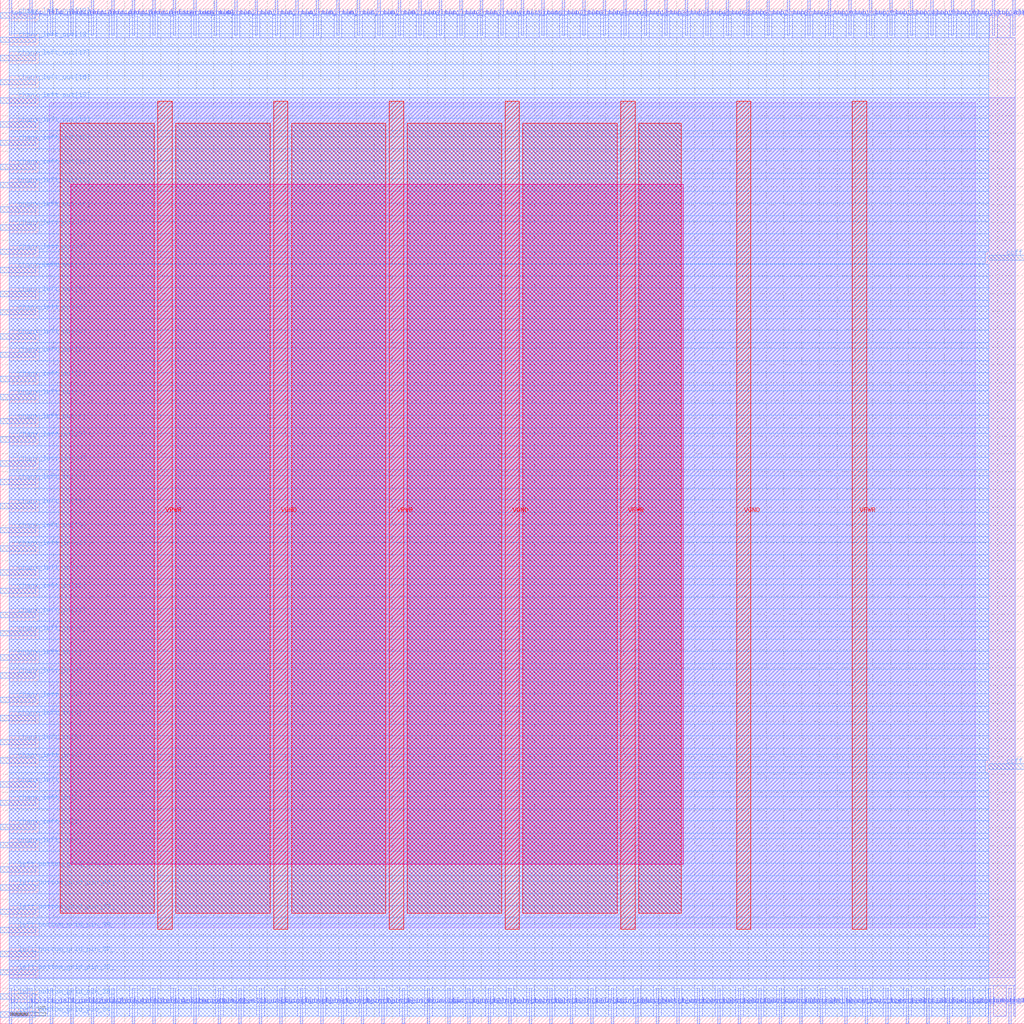
<source format=lef>
VERSION 5.7 ;
  NOWIREEXTENSIONATPIN ON ;
  DIVIDERCHAR "/" ;
  BUSBITCHARS "[]" ;
MACRO sb_2__1_
  CLASS BLOCK ;
  FOREIGN sb_2__1_ ;
  ORIGIN 0.000 0.000 ;
  SIZE 115.000 BY 115.000 ;
  PIN VGND
    DIRECTION INPUT ;
    USE GROUND ;
    PORT
      LAYER met4 ;
        RECT 30.710 10.640 32.310 103.600 ;
    END
    PORT
      LAYER met4 ;
        RECT 56.700 10.640 58.300 103.600 ;
    END
    PORT
      LAYER met4 ;
        RECT 82.690 10.640 84.290 103.600 ;
    END
  END VGND
  PIN VPWR
    DIRECTION INPUT ;
    USE POWER ;
    PORT
      LAYER met4 ;
        RECT 17.715 10.640 19.315 103.600 ;
    END
    PORT
      LAYER met4 ;
        RECT 43.705 10.640 45.305 103.600 ;
    END
    PORT
      LAYER met4 ;
        RECT 69.695 10.640 71.295 103.600 ;
    END
    PORT
      LAYER met4 ;
        RECT 95.685 10.640 97.285 103.600 ;
    END
  END VPWR
  PIN bottom_left_grid_pin_42_
    DIRECTION INPUT ;
    USE SIGNAL ;
    PORT
      LAYER met2 ;
        RECT 1.010 0.000 1.290 4.000 ;
    END
  END bottom_left_grid_pin_42_
  PIN bottom_left_grid_pin_43_
    DIRECTION INPUT ;
    USE SIGNAL ;
    PORT
      LAYER met2 ;
        RECT 3.310 0.000 3.590 4.000 ;
    END
  END bottom_left_grid_pin_43_
  PIN bottom_left_grid_pin_44_
    DIRECTION INPUT ;
    USE SIGNAL ;
    PORT
      LAYER met2 ;
        RECT 5.610 0.000 5.890 4.000 ;
    END
  END bottom_left_grid_pin_44_
  PIN bottom_left_grid_pin_45_
    DIRECTION INPUT ;
    USE SIGNAL ;
    PORT
      LAYER met2 ;
        RECT 7.910 0.000 8.190 4.000 ;
    END
  END bottom_left_grid_pin_45_
  PIN bottom_left_grid_pin_46_
    DIRECTION INPUT ;
    USE SIGNAL ;
    PORT
      LAYER met2 ;
        RECT 10.210 0.000 10.490 4.000 ;
    END
  END bottom_left_grid_pin_46_
  PIN bottom_left_grid_pin_47_
    DIRECTION INPUT ;
    USE SIGNAL ;
    PORT
      LAYER met2 ;
        RECT 12.510 0.000 12.790 4.000 ;
    END
  END bottom_left_grid_pin_47_
  PIN bottom_left_grid_pin_48_
    DIRECTION INPUT ;
    USE SIGNAL ;
    PORT
      LAYER met2 ;
        RECT 14.810 0.000 15.090 4.000 ;
    END
  END bottom_left_grid_pin_48_
  PIN bottom_left_grid_pin_49_
    DIRECTION INPUT ;
    USE SIGNAL ;
    PORT
      LAYER met2 ;
        RECT 17.110 0.000 17.390 4.000 ;
    END
  END bottom_left_grid_pin_49_
  PIN bottom_right_grid_pin_1_
    DIRECTION INPUT ;
    USE SIGNAL ;
    PORT
      LAYER met2 ;
        RECT 113.250 0.000 113.530 4.000 ;
    END
  END bottom_right_grid_pin_1_
  PIN ccff_head
    DIRECTION INPUT ;
    USE SIGNAL ;
    PORT
      LAYER met3 ;
        RECT 111.000 28.600 115.000 29.200 ;
    END
  END ccff_head
  PIN ccff_tail
    DIRECTION OUTPUT TRISTATE ;
    USE SIGNAL ;
    PORT
      LAYER met3 ;
        RECT 111.000 85.720 115.000 86.320 ;
    END
  END ccff_tail
  PIN chanx_left_in[0]
    DIRECTION INPUT ;
    USE SIGNAL ;
    PORT
      LAYER met3 ;
        RECT 0.000 19.760 4.000 20.360 ;
    END
  END chanx_left_in[0]
  PIN chanx_left_in[10]
    DIRECTION INPUT ;
    USE SIGNAL ;
    PORT
      LAYER met3 ;
        RECT 0.000 43.560 4.000 44.160 ;
    END
  END chanx_left_in[10]
  PIN chanx_left_in[11]
    DIRECTION INPUT ;
    USE SIGNAL ;
    PORT
      LAYER met3 ;
        RECT 0.000 45.600 4.000 46.200 ;
    END
  END chanx_left_in[11]
  PIN chanx_left_in[12]
    DIRECTION INPUT ;
    USE SIGNAL ;
    PORT
      LAYER met3 ;
        RECT 0.000 48.320 4.000 48.920 ;
    END
  END chanx_left_in[12]
  PIN chanx_left_in[13]
    DIRECTION INPUT ;
    USE SIGNAL ;
    PORT
      LAYER met3 ;
        RECT 0.000 50.360 4.000 50.960 ;
    END
  END chanx_left_in[13]
  PIN chanx_left_in[14]
    DIRECTION INPUT ;
    USE SIGNAL ;
    PORT
      LAYER met3 ;
        RECT 0.000 53.080 4.000 53.680 ;
    END
  END chanx_left_in[14]
  PIN chanx_left_in[15]
    DIRECTION INPUT ;
    USE SIGNAL ;
    PORT
      LAYER met3 ;
        RECT 0.000 55.120 4.000 55.720 ;
    END
  END chanx_left_in[15]
  PIN chanx_left_in[16]
    DIRECTION INPUT ;
    USE SIGNAL ;
    PORT
      LAYER met3 ;
        RECT 0.000 57.840 4.000 58.440 ;
    END
  END chanx_left_in[16]
  PIN chanx_left_in[17]
    DIRECTION INPUT ;
    USE SIGNAL ;
    PORT
      LAYER met3 ;
        RECT 0.000 60.560 4.000 61.160 ;
    END
  END chanx_left_in[17]
  PIN chanx_left_in[18]
    DIRECTION INPUT ;
    USE SIGNAL ;
    PORT
      LAYER met3 ;
        RECT 0.000 62.600 4.000 63.200 ;
    END
  END chanx_left_in[18]
  PIN chanx_left_in[19]
    DIRECTION INPUT ;
    USE SIGNAL ;
    PORT
      LAYER met3 ;
        RECT 0.000 65.320 4.000 65.920 ;
    END
  END chanx_left_in[19]
  PIN chanx_left_in[1]
    DIRECTION INPUT ;
    USE SIGNAL ;
    PORT
      LAYER met3 ;
        RECT 0.000 21.800 4.000 22.400 ;
    END
  END chanx_left_in[1]
  PIN chanx_left_in[2]
    DIRECTION INPUT ;
    USE SIGNAL ;
    PORT
      LAYER met3 ;
        RECT 0.000 24.520 4.000 25.120 ;
    END
  END chanx_left_in[2]
  PIN chanx_left_in[3]
    DIRECTION INPUT ;
    USE SIGNAL ;
    PORT
      LAYER met3 ;
        RECT 0.000 26.560 4.000 27.160 ;
    END
  END chanx_left_in[3]
  PIN chanx_left_in[4]
    DIRECTION INPUT ;
    USE SIGNAL ;
    PORT
      LAYER met3 ;
        RECT 0.000 29.280 4.000 29.880 ;
    END
  END chanx_left_in[4]
  PIN chanx_left_in[5]
    DIRECTION INPUT ;
    USE SIGNAL ;
    PORT
      LAYER met3 ;
        RECT 0.000 31.320 4.000 31.920 ;
    END
  END chanx_left_in[5]
  PIN chanx_left_in[6]
    DIRECTION INPUT ;
    USE SIGNAL ;
    PORT
      LAYER met3 ;
        RECT 0.000 34.040 4.000 34.640 ;
    END
  END chanx_left_in[6]
  PIN chanx_left_in[7]
    DIRECTION INPUT ;
    USE SIGNAL ;
    PORT
      LAYER met3 ;
        RECT 0.000 36.080 4.000 36.680 ;
    END
  END chanx_left_in[7]
  PIN chanx_left_in[8]
    DIRECTION INPUT ;
    USE SIGNAL ;
    PORT
      LAYER met3 ;
        RECT 0.000 38.800 4.000 39.400 ;
    END
  END chanx_left_in[8]
  PIN chanx_left_in[9]
    DIRECTION INPUT ;
    USE SIGNAL ;
    PORT
      LAYER met3 ;
        RECT 0.000 40.840 4.000 41.440 ;
    END
  END chanx_left_in[9]
  PIN chanx_left_out[0]
    DIRECTION OUTPUT TRISTATE ;
    USE SIGNAL ;
    PORT
      LAYER met3 ;
        RECT 0.000 67.360 4.000 67.960 ;
    END
  END chanx_left_out[0]
  PIN chanx_left_out[10]
    DIRECTION OUTPUT TRISTATE ;
    USE SIGNAL ;
    PORT
      LAYER met3 ;
        RECT 0.000 91.160 4.000 91.760 ;
    END
  END chanx_left_out[10]
  PIN chanx_left_out[11]
    DIRECTION OUTPUT TRISTATE ;
    USE SIGNAL ;
    PORT
      LAYER met3 ;
        RECT 0.000 93.880 4.000 94.480 ;
    END
  END chanx_left_out[11]
  PIN chanx_left_out[12]
    DIRECTION OUTPUT TRISTATE ;
    USE SIGNAL ;
    PORT
      LAYER met3 ;
        RECT 0.000 95.920 4.000 96.520 ;
    END
  END chanx_left_out[12]
  PIN chanx_left_out[13]
    DIRECTION OUTPUT TRISTATE ;
    USE SIGNAL ;
    PORT
      LAYER met3 ;
        RECT 0.000 98.640 4.000 99.240 ;
    END
  END chanx_left_out[13]
  PIN chanx_left_out[14]
    DIRECTION OUTPUT TRISTATE ;
    USE SIGNAL ;
    PORT
      LAYER met3 ;
        RECT 0.000 100.680 4.000 101.280 ;
    END
  END chanx_left_out[14]
  PIN chanx_left_out[15]
    DIRECTION OUTPUT TRISTATE ;
    USE SIGNAL ;
    PORT
      LAYER met3 ;
        RECT 0.000 103.400 4.000 104.000 ;
    END
  END chanx_left_out[15]
  PIN chanx_left_out[16]
    DIRECTION OUTPUT TRISTATE ;
    USE SIGNAL ;
    PORT
      LAYER met3 ;
        RECT 0.000 105.440 4.000 106.040 ;
    END
  END chanx_left_out[16]
  PIN chanx_left_out[17]
    DIRECTION OUTPUT TRISTATE ;
    USE SIGNAL ;
    PORT
      LAYER met3 ;
        RECT 0.000 108.160 4.000 108.760 ;
    END
  END chanx_left_out[17]
  PIN chanx_left_out[18]
    DIRECTION OUTPUT TRISTATE ;
    USE SIGNAL ;
    PORT
      LAYER met3 ;
        RECT 0.000 110.200 4.000 110.800 ;
    END
  END chanx_left_out[18]
  PIN chanx_left_out[19]
    DIRECTION OUTPUT TRISTATE ;
    USE SIGNAL ;
    PORT
      LAYER met3 ;
        RECT 0.000 112.920 4.000 113.520 ;
    END
  END chanx_left_out[19]
  PIN chanx_left_out[1]
    DIRECTION OUTPUT TRISTATE ;
    USE SIGNAL ;
    PORT
      LAYER met3 ;
        RECT 0.000 70.080 4.000 70.680 ;
    END
  END chanx_left_out[1]
  PIN chanx_left_out[2]
    DIRECTION OUTPUT TRISTATE ;
    USE SIGNAL ;
    PORT
      LAYER met3 ;
        RECT 0.000 72.120 4.000 72.720 ;
    END
  END chanx_left_out[2]
  PIN chanx_left_out[3]
    DIRECTION OUTPUT TRISTATE ;
    USE SIGNAL ;
    PORT
      LAYER met3 ;
        RECT 0.000 74.840 4.000 75.440 ;
    END
  END chanx_left_out[3]
  PIN chanx_left_out[4]
    DIRECTION OUTPUT TRISTATE ;
    USE SIGNAL ;
    PORT
      LAYER met3 ;
        RECT 0.000 76.880 4.000 77.480 ;
    END
  END chanx_left_out[4]
  PIN chanx_left_out[5]
    DIRECTION OUTPUT TRISTATE ;
    USE SIGNAL ;
    PORT
      LAYER met3 ;
        RECT 0.000 79.600 4.000 80.200 ;
    END
  END chanx_left_out[5]
  PIN chanx_left_out[6]
    DIRECTION OUTPUT TRISTATE ;
    USE SIGNAL ;
    PORT
      LAYER met3 ;
        RECT 0.000 81.640 4.000 82.240 ;
    END
  END chanx_left_out[6]
  PIN chanx_left_out[7]
    DIRECTION OUTPUT TRISTATE ;
    USE SIGNAL ;
    PORT
      LAYER met3 ;
        RECT 0.000 84.360 4.000 84.960 ;
    END
  END chanx_left_out[7]
  PIN chanx_left_out[8]
    DIRECTION OUTPUT TRISTATE ;
    USE SIGNAL ;
    PORT
      LAYER met3 ;
        RECT 0.000 86.400 4.000 87.000 ;
    END
  END chanx_left_out[8]
  PIN chanx_left_out[9]
    DIRECTION OUTPUT TRISTATE ;
    USE SIGNAL ;
    PORT
      LAYER met3 ;
        RECT 0.000 89.120 4.000 89.720 ;
    END
  END chanx_left_out[9]
  PIN chany_bottom_in[0]
    DIRECTION INPUT ;
    USE SIGNAL ;
    PORT
      LAYER met2 ;
        RECT 19.410 0.000 19.690 4.000 ;
    END
  END chany_bottom_in[0]
  PIN chany_bottom_in[10]
    DIRECTION INPUT ;
    USE SIGNAL ;
    PORT
      LAYER met2 ;
        RECT 42.870 0.000 43.150 4.000 ;
    END
  END chany_bottom_in[10]
  PIN chany_bottom_in[11]
    DIRECTION INPUT ;
    USE SIGNAL ;
    PORT
      LAYER met2 ;
        RECT 45.170 0.000 45.450 4.000 ;
    END
  END chany_bottom_in[11]
  PIN chany_bottom_in[12]
    DIRECTION INPUT ;
    USE SIGNAL ;
    PORT
      LAYER met2 ;
        RECT 47.930 0.000 48.210 4.000 ;
    END
  END chany_bottom_in[12]
  PIN chany_bottom_in[13]
    DIRECTION INPUT ;
    USE SIGNAL ;
    PORT
      LAYER met2 ;
        RECT 50.230 0.000 50.510 4.000 ;
    END
  END chany_bottom_in[13]
  PIN chany_bottom_in[14]
    DIRECTION INPUT ;
    USE SIGNAL ;
    PORT
      LAYER met2 ;
        RECT 52.530 0.000 52.810 4.000 ;
    END
  END chany_bottom_in[14]
  PIN chany_bottom_in[15]
    DIRECTION INPUT ;
    USE SIGNAL ;
    PORT
      LAYER met2 ;
        RECT 54.830 0.000 55.110 4.000 ;
    END
  END chany_bottom_in[15]
  PIN chany_bottom_in[16]
    DIRECTION INPUT ;
    USE SIGNAL ;
    PORT
      LAYER met2 ;
        RECT 57.130 0.000 57.410 4.000 ;
    END
  END chany_bottom_in[16]
  PIN chany_bottom_in[17]
    DIRECTION INPUT ;
    USE SIGNAL ;
    PORT
      LAYER met2 ;
        RECT 59.430 0.000 59.710 4.000 ;
    END
  END chany_bottom_in[17]
  PIN chany_bottom_in[18]
    DIRECTION INPUT ;
    USE SIGNAL ;
    PORT
      LAYER met2 ;
        RECT 61.730 0.000 62.010 4.000 ;
    END
  END chany_bottom_in[18]
  PIN chany_bottom_in[19]
    DIRECTION INPUT ;
    USE SIGNAL ;
    PORT
      LAYER met2 ;
        RECT 64.030 0.000 64.310 4.000 ;
    END
  END chany_bottom_in[19]
  PIN chany_bottom_in[1]
    DIRECTION INPUT ;
    USE SIGNAL ;
    PORT
      LAYER met2 ;
        RECT 21.710 0.000 21.990 4.000 ;
    END
  END chany_bottom_in[1]
  PIN chany_bottom_in[2]
    DIRECTION INPUT ;
    USE SIGNAL ;
    PORT
      LAYER met2 ;
        RECT 24.470 0.000 24.750 4.000 ;
    END
  END chany_bottom_in[2]
  PIN chany_bottom_in[3]
    DIRECTION INPUT ;
    USE SIGNAL ;
    PORT
      LAYER met2 ;
        RECT 26.770 0.000 27.050 4.000 ;
    END
  END chany_bottom_in[3]
  PIN chany_bottom_in[4]
    DIRECTION INPUT ;
    USE SIGNAL ;
    PORT
      LAYER met2 ;
        RECT 29.070 0.000 29.350 4.000 ;
    END
  END chany_bottom_in[4]
  PIN chany_bottom_in[5]
    DIRECTION INPUT ;
    USE SIGNAL ;
    PORT
      LAYER met2 ;
        RECT 31.370 0.000 31.650 4.000 ;
    END
  END chany_bottom_in[5]
  PIN chany_bottom_in[6]
    DIRECTION INPUT ;
    USE SIGNAL ;
    PORT
      LAYER met2 ;
        RECT 33.670 0.000 33.950 4.000 ;
    END
  END chany_bottom_in[6]
  PIN chany_bottom_in[7]
    DIRECTION INPUT ;
    USE SIGNAL ;
    PORT
      LAYER met2 ;
        RECT 35.970 0.000 36.250 4.000 ;
    END
  END chany_bottom_in[7]
  PIN chany_bottom_in[8]
    DIRECTION INPUT ;
    USE SIGNAL ;
    PORT
      LAYER met2 ;
        RECT 38.270 0.000 38.550 4.000 ;
    END
  END chany_bottom_in[8]
  PIN chany_bottom_in[9]
    DIRECTION INPUT ;
    USE SIGNAL ;
    PORT
      LAYER met2 ;
        RECT 40.570 0.000 40.850 4.000 ;
    END
  END chany_bottom_in[9]
  PIN chany_bottom_out[0]
    DIRECTION OUTPUT TRISTATE ;
    USE SIGNAL ;
    PORT
      LAYER met2 ;
        RECT 66.330 0.000 66.610 4.000 ;
    END
  END chany_bottom_out[0]
  PIN chany_bottom_out[10]
    DIRECTION OUTPUT TRISTATE ;
    USE SIGNAL ;
    PORT
      LAYER met2 ;
        RECT 89.790 0.000 90.070 4.000 ;
    END
  END chany_bottom_out[10]
  PIN chany_bottom_out[11]
    DIRECTION OUTPUT TRISTATE ;
    USE SIGNAL ;
    PORT
      LAYER met2 ;
        RECT 92.090 0.000 92.370 4.000 ;
    END
  END chany_bottom_out[11]
  PIN chany_bottom_out[12]
    DIRECTION OUTPUT TRISTATE ;
    USE SIGNAL ;
    PORT
      LAYER met2 ;
        RECT 94.850 0.000 95.130 4.000 ;
    END
  END chany_bottom_out[12]
  PIN chany_bottom_out[13]
    DIRECTION OUTPUT TRISTATE ;
    USE SIGNAL ;
    PORT
      LAYER met2 ;
        RECT 97.150 0.000 97.430 4.000 ;
    END
  END chany_bottom_out[13]
  PIN chany_bottom_out[14]
    DIRECTION OUTPUT TRISTATE ;
    USE SIGNAL ;
    PORT
      LAYER met2 ;
        RECT 99.450 0.000 99.730 4.000 ;
    END
  END chany_bottom_out[14]
  PIN chany_bottom_out[15]
    DIRECTION OUTPUT TRISTATE ;
    USE SIGNAL ;
    PORT
      LAYER met2 ;
        RECT 101.750 0.000 102.030 4.000 ;
    END
  END chany_bottom_out[15]
  PIN chany_bottom_out[16]
    DIRECTION OUTPUT TRISTATE ;
    USE SIGNAL ;
    PORT
      LAYER met2 ;
        RECT 104.050 0.000 104.330 4.000 ;
    END
  END chany_bottom_out[16]
  PIN chany_bottom_out[17]
    DIRECTION OUTPUT TRISTATE ;
    USE SIGNAL ;
    PORT
      LAYER met2 ;
        RECT 106.350 0.000 106.630 4.000 ;
    END
  END chany_bottom_out[17]
  PIN chany_bottom_out[18]
    DIRECTION OUTPUT TRISTATE ;
    USE SIGNAL ;
    PORT
      LAYER met2 ;
        RECT 108.650 0.000 108.930 4.000 ;
    END
  END chany_bottom_out[18]
  PIN chany_bottom_out[19]
    DIRECTION OUTPUT TRISTATE ;
    USE SIGNAL ;
    PORT
      LAYER met2 ;
        RECT 110.950 0.000 111.230 4.000 ;
    END
  END chany_bottom_out[19]
  PIN chany_bottom_out[1]
    DIRECTION OUTPUT TRISTATE ;
    USE SIGNAL ;
    PORT
      LAYER met2 ;
        RECT 68.630 0.000 68.910 4.000 ;
    END
  END chany_bottom_out[1]
  PIN chany_bottom_out[2]
    DIRECTION OUTPUT TRISTATE ;
    USE SIGNAL ;
    PORT
      LAYER met2 ;
        RECT 71.390 0.000 71.670 4.000 ;
    END
  END chany_bottom_out[2]
  PIN chany_bottom_out[3]
    DIRECTION OUTPUT TRISTATE ;
    USE SIGNAL ;
    PORT
      LAYER met2 ;
        RECT 73.690 0.000 73.970 4.000 ;
    END
  END chany_bottom_out[3]
  PIN chany_bottom_out[4]
    DIRECTION OUTPUT TRISTATE ;
    USE SIGNAL ;
    PORT
      LAYER met2 ;
        RECT 75.990 0.000 76.270 4.000 ;
    END
  END chany_bottom_out[4]
  PIN chany_bottom_out[5]
    DIRECTION OUTPUT TRISTATE ;
    USE SIGNAL ;
    PORT
      LAYER met2 ;
        RECT 78.290 0.000 78.570 4.000 ;
    END
  END chany_bottom_out[5]
  PIN chany_bottom_out[6]
    DIRECTION OUTPUT TRISTATE ;
    USE SIGNAL ;
    PORT
      LAYER met2 ;
        RECT 80.590 0.000 80.870 4.000 ;
    END
  END chany_bottom_out[6]
  PIN chany_bottom_out[7]
    DIRECTION OUTPUT TRISTATE ;
    USE SIGNAL ;
    PORT
      LAYER met2 ;
        RECT 82.890 0.000 83.170 4.000 ;
    END
  END chany_bottom_out[7]
  PIN chany_bottom_out[8]
    DIRECTION OUTPUT TRISTATE ;
    USE SIGNAL ;
    PORT
      LAYER met2 ;
        RECT 85.190 0.000 85.470 4.000 ;
    END
  END chany_bottom_out[8]
  PIN chany_bottom_out[9]
    DIRECTION OUTPUT TRISTATE ;
    USE SIGNAL ;
    PORT
      LAYER met2 ;
        RECT 87.490 0.000 87.770 4.000 ;
    END
  END chany_bottom_out[9]
  PIN chany_top_in[0]
    DIRECTION INPUT ;
    USE SIGNAL ;
    PORT
      LAYER met2 ;
        RECT 19.410 111.000 19.690 115.000 ;
    END
  END chany_top_in[0]
  PIN chany_top_in[10]
    DIRECTION INPUT ;
    USE SIGNAL ;
    PORT
      LAYER met2 ;
        RECT 42.410 111.000 42.690 115.000 ;
    END
  END chany_top_in[10]
  PIN chany_top_in[11]
    DIRECTION INPUT ;
    USE SIGNAL ;
    PORT
      LAYER met2 ;
        RECT 44.710 111.000 44.990 115.000 ;
    END
  END chany_top_in[11]
  PIN chany_top_in[12]
    DIRECTION INPUT ;
    USE SIGNAL ;
    PORT
      LAYER met2 ;
        RECT 47.010 111.000 47.290 115.000 ;
    END
  END chany_top_in[12]
  PIN chany_top_in[13]
    DIRECTION INPUT ;
    USE SIGNAL ;
    PORT
      LAYER met2 ;
        RECT 49.310 111.000 49.590 115.000 ;
    END
  END chany_top_in[13]
  PIN chany_top_in[14]
    DIRECTION INPUT ;
    USE SIGNAL ;
    PORT
      LAYER met2 ;
        RECT 51.610 111.000 51.890 115.000 ;
    END
  END chany_top_in[14]
  PIN chany_top_in[15]
    DIRECTION INPUT ;
    USE SIGNAL ;
    PORT
      LAYER met2 ;
        RECT 53.910 111.000 54.190 115.000 ;
    END
  END chany_top_in[15]
  PIN chany_top_in[16]
    DIRECTION INPUT ;
    USE SIGNAL ;
    PORT
      LAYER met2 ;
        RECT 56.210 111.000 56.490 115.000 ;
    END
  END chany_top_in[16]
  PIN chany_top_in[17]
    DIRECTION INPUT ;
    USE SIGNAL ;
    PORT
      LAYER met2 ;
        RECT 58.510 111.000 58.790 115.000 ;
    END
  END chany_top_in[17]
  PIN chany_top_in[18]
    DIRECTION INPUT ;
    USE SIGNAL ;
    PORT
      LAYER met2 ;
        RECT 60.810 111.000 61.090 115.000 ;
    END
  END chany_top_in[18]
  PIN chany_top_in[19]
    DIRECTION INPUT ;
    USE SIGNAL ;
    PORT
      LAYER met2 ;
        RECT 63.110 111.000 63.390 115.000 ;
    END
  END chany_top_in[19]
  PIN chany_top_in[1]
    DIRECTION INPUT ;
    USE SIGNAL ;
    PORT
      LAYER met2 ;
        RECT 21.710 111.000 21.990 115.000 ;
    END
  END chany_top_in[1]
  PIN chany_top_in[2]
    DIRECTION INPUT ;
    USE SIGNAL ;
    PORT
      LAYER met2 ;
        RECT 24.010 111.000 24.290 115.000 ;
    END
  END chany_top_in[2]
  PIN chany_top_in[3]
    DIRECTION INPUT ;
    USE SIGNAL ;
    PORT
      LAYER met2 ;
        RECT 26.310 111.000 26.590 115.000 ;
    END
  END chany_top_in[3]
  PIN chany_top_in[4]
    DIRECTION INPUT ;
    USE SIGNAL ;
    PORT
      LAYER met2 ;
        RECT 28.610 111.000 28.890 115.000 ;
    END
  END chany_top_in[4]
  PIN chany_top_in[5]
    DIRECTION INPUT ;
    USE SIGNAL ;
    PORT
      LAYER met2 ;
        RECT 30.910 111.000 31.190 115.000 ;
    END
  END chany_top_in[5]
  PIN chany_top_in[6]
    DIRECTION INPUT ;
    USE SIGNAL ;
    PORT
      LAYER met2 ;
        RECT 33.210 111.000 33.490 115.000 ;
    END
  END chany_top_in[6]
  PIN chany_top_in[7]
    DIRECTION INPUT ;
    USE SIGNAL ;
    PORT
      LAYER met2 ;
        RECT 35.510 111.000 35.790 115.000 ;
    END
  END chany_top_in[7]
  PIN chany_top_in[8]
    DIRECTION INPUT ;
    USE SIGNAL ;
    PORT
      LAYER met2 ;
        RECT 37.810 111.000 38.090 115.000 ;
    END
  END chany_top_in[8]
  PIN chany_top_in[9]
    DIRECTION INPUT ;
    USE SIGNAL ;
    PORT
      LAYER met2 ;
        RECT 40.110 111.000 40.390 115.000 ;
    END
  END chany_top_in[9]
  PIN chany_top_out[0]
    DIRECTION OUTPUT TRISTATE ;
    USE SIGNAL ;
    PORT
      LAYER met2 ;
        RECT 65.410 111.000 65.690 115.000 ;
    END
  END chany_top_out[0]
  PIN chany_top_out[10]
    DIRECTION OUTPUT TRISTATE ;
    USE SIGNAL ;
    PORT
      LAYER met2 ;
        RECT 88.410 111.000 88.690 115.000 ;
    END
  END chany_top_out[10]
  PIN chany_top_out[11]
    DIRECTION OUTPUT TRISTATE ;
    USE SIGNAL ;
    PORT
      LAYER met2 ;
        RECT 90.710 111.000 90.990 115.000 ;
    END
  END chany_top_out[11]
  PIN chany_top_out[12]
    DIRECTION OUTPUT TRISTATE ;
    USE SIGNAL ;
    PORT
      LAYER met2 ;
        RECT 93.010 111.000 93.290 115.000 ;
    END
  END chany_top_out[12]
  PIN chany_top_out[13]
    DIRECTION OUTPUT TRISTATE ;
    USE SIGNAL ;
    PORT
      LAYER met2 ;
        RECT 95.310 111.000 95.590 115.000 ;
    END
  END chany_top_out[13]
  PIN chany_top_out[14]
    DIRECTION OUTPUT TRISTATE ;
    USE SIGNAL ;
    PORT
      LAYER met2 ;
        RECT 97.610 111.000 97.890 115.000 ;
    END
  END chany_top_out[14]
  PIN chany_top_out[15]
    DIRECTION OUTPUT TRISTATE ;
    USE SIGNAL ;
    PORT
      LAYER met2 ;
        RECT 99.910 111.000 100.190 115.000 ;
    END
  END chany_top_out[15]
  PIN chany_top_out[16]
    DIRECTION OUTPUT TRISTATE ;
    USE SIGNAL ;
    PORT
      LAYER met2 ;
        RECT 102.210 111.000 102.490 115.000 ;
    END
  END chany_top_out[16]
  PIN chany_top_out[17]
    DIRECTION OUTPUT TRISTATE ;
    USE SIGNAL ;
    PORT
      LAYER met2 ;
        RECT 104.510 111.000 104.790 115.000 ;
    END
  END chany_top_out[17]
  PIN chany_top_out[18]
    DIRECTION OUTPUT TRISTATE ;
    USE SIGNAL ;
    PORT
      LAYER met2 ;
        RECT 106.810 111.000 107.090 115.000 ;
    END
  END chany_top_out[18]
  PIN chany_top_out[19]
    DIRECTION OUTPUT TRISTATE ;
    USE SIGNAL ;
    PORT
      LAYER met2 ;
        RECT 109.110 111.000 109.390 115.000 ;
    END
  END chany_top_out[19]
  PIN chany_top_out[1]
    DIRECTION OUTPUT TRISTATE ;
    USE SIGNAL ;
    PORT
      LAYER met2 ;
        RECT 67.710 111.000 67.990 115.000 ;
    END
  END chany_top_out[1]
  PIN chany_top_out[2]
    DIRECTION OUTPUT TRISTATE ;
    USE SIGNAL ;
    PORT
      LAYER met2 ;
        RECT 70.010 111.000 70.290 115.000 ;
    END
  END chany_top_out[2]
  PIN chany_top_out[3]
    DIRECTION OUTPUT TRISTATE ;
    USE SIGNAL ;
    PORT
      LAYER met2 ;
        RECT 72.310 111.000 72.590 115.000 ;
    END
  END chany_top_out[3]
  PIN chany_top_out[4]
    DIRECTION OUTPUT TRISTATE ;
    USE SIGNAL ;
    PORT
      LAYER met2 ;
        RECT 74.610 111.000 74.890 115.000 ;
    END
  END chany_top_out[4]
  PIN chany_top_out[5]
    DIRECTION OUTPUT TRISTATE ;
    USE SIGNAL ;
    PORT
      LAYER met2 ;
        RECT 76.910 111.000 77.190 115.000 ;
    END
  END chany_top_out[5]
  PIN chany_top_out[6]
    DIRECTION OUTPUT TRISTATE ;
    USE SIGNAL ;
    PORT
      LAYER met2 ;
        RECT 79.210 111.000 79.490 115.000 ;
    END
  END chany_top_out[6]
  PIN chany_top_out[7]
    DIRECTION OUTPUT TRISTATE ;
    USE SIGNAL ;
    PORT
      LAYER met2 ;
        RECT 81.510 111.000 81.790 115.000 ;
    END
  END chany_top_out[7]
  PIN chany_top_out[8]
    DIRECTION OUTPUT TRISTATE ;
    USE SIGNAL ;
    PORT
      LAYER met2 ;
        RECT 83.810 111.000 84.090 115.000 ;
    END
  END chany_top_out[8]
  PIN chany_top_out[9]
    DIRECTION OUTPUT TRISTATE ;
    USE SIGNAL ;
    PORT
      LAYER met2 ;
        RECT 86.110 111.000 86.390 115.000 ;
    END
  END chany_top_out[9]
  PIN left_bottom_grid_pin_34_
    DIRECTION INPUT ;
    USE SIGNAL ;
    PORT
      LAYER met3 ;
        RECT 0.000 0.720 4.000 1.320 ;
    END
  END left_bottom_grid_pin_34_
  PIN left_bottom_grid_pin_35_
    DIRECTION INPUT ;
    USE SIGNAL ;
    PORT
      LAYER met3 ;
        RECT 0.000 2.760 4.000 3.360 ;
    END
  END left_bottom_grid_pin_35_
  PIN left_bottom_grid_pin_36_
    DIRECTION INPUT ;
    USE SIGNAL ;
    PORT
      LAYER met3 ;
        RECT 0.000 5.480 4.000 6.080 ;
    END
  END left_bottom_grid_pin_36_
  PIN left_bottom_grid_pin_37_
    DIRECTION INPUT ;
    USE SIGNAL ;
    PORT
      LAYER met3 ;
        RECT 0.000 7.520 4.000 8.120 ;
    END
  END left_bottom_grid_pin_37_
  PIN left_bottom_grid_pin_38_
    DIRECTION INPUT ;
    USE SIGNAL ;
    PORT
      LAYER met3 ;
        RECT 0.000 10.240 4.000 10.840 ;
    END
  END left_bottom_grid_pin_38_
  PIN left_bottom_grid_pin_39_
    DIRECTION INPUT ;
    USE SIGNAL ;
    PORT
      LAYER met3 ;
        RECT 0.000 12.280 4.000 12.880 ;
    END
  END left_bottom_grid_pin_39_
  PIN left_bottom_grid_pin_40_
    DIRECTION INPUT ;
    USE SIGNAL ;
    PORT
      LAYER met3 ;
        RECT 0.000 15.000 4.000 15.600 ;
    END
  END left_bottom_grid_pin_40_
  PIN left_bottom_grid_pin_41_
    DIRECTION INPUT ;
    USE SIGNAL ;
    PORT
      LAYER met3 ;
        RECT 0.000 17.040 4.000 17.640 ;
    END
  END left_bottom_grid_pin_41_
  PIN prog_clk_0_N_in
    DIRECTION INPUT ;
    USE SIGNAL ;
    PORT
      LAYER met2 ;
        RECT 111.410 111.000 111.690 115.000 ;
    END
  END prog_clk_0_N_in
  PIN top_left_grid_pin_42_
    DIRECTION INPUT ;
    USE SIGNAL ;
    PORT
      LAYER met2 ;
        RECT 1.010 111.000 1.290 115.000 ;
    END
  END top_left_grid_pin_42_
  PIN top_left_grid_pin_43_
    DIRECTION INPUT ;
    USE SIGNAL ;
    PORT
      LAYER met2 ;
        RECT 3.310 111.000 3.590 115.000 ;
    END
  END top_left_grid_pin_43_
  PIN top_left_grid_pin_44_
    DIRECTION INPUT ;
    USE SIGNAL ;
    PORT
      LAYER met2 ;
        RECT 5.610 111.000 5.890 115.000 ;
    END
  END top_left_grid_pin_44_
  PIN top_left_grid_pin_45_
    DIRECTION INPUT ;
    USE SIGNAL ;
    PORT
      LAYER met2 ;
        RECT 7.910 111.000 8.190 115.000 ;
    END
  END top_left_grid_pin_45_
  PIN top_left_grid_pin_46_
    DIRECTION INPUT ;
    USE SIGNAL ;
    PORT
      LAYER met2 ;
        RECT 10.210 111.000 10.490 115.000 ;
    END
  END top_left_grid_pin_46_
  PIN top_left_grid_pin_47_
    DIRECTION INPUT ;
    USE SIGNAL ;
    PORT
      LAYER met2 ;
        RECT 12.510 111.000 12.790 115.000 ;
    END
  END top_left_grid_pin_47_
  PIN top_left_grid_pin_48_
    DIRECTION INPUT ;
    USE SIGNAL ;
    PORT
      LAYER met2 ;
        RECT 14.810 111.000 15.090 115.000 ;
    END
  END top_left_grid_pin_48_
  PIN top_left_grid_pin_49_
    DIRECTION INPUT ;
    USE SIGNAL ;
    PORT
      LAYER met2 ;
        RECT 17.110 111.000 17.390 115.000 ;
    END
  END top_left_grid_pin_49_
  PIN top_right_grid_pin_1_
    DIRECTION INPUT ;
    USE SIGNAL ;
    PORT
      LAYER met2 ;
        RECT 113.710 111.000 113.990 115.000 ;
    END
  END top_right_grid_pin_1_
  OBS
      LAYER li1 ;
        RECT 5.520 10.795 109.480 103.445 ;
      LAYER met1 ;
        RECT 0.990 5.140 114.010 104.000 ;
      LAYER met2 ;
        RECT 1.570 110.720 3.030 113.405 ;
        RECT 3.870 110.720 5.330 113.405 ;
        RECT 6.170 110.720 7.630 113.405 ;
        RECT 8.470 110.720 9.930 113.405 ;
        RECT 10.770 110.720 12.230 113.405 ;
        RECT 13.070 110.720 14.530 113.405 ;
        RECT 15.370 110.720 16.830 113.405 ;
        RECT 17.670 110.720 19.130 113.405 ;
        RECT 19.970 110.720 21.430 113.405 ;
        RECT 22.270 110.720 23.730 113.405 ;
        RECT 24.570 110.720 26.030 113.405 ;
        RECT 26.870 110.720 28.330 113.405 ;
        RECT 29.170 110.720 30.630 113.405 ;
        RECT 31.470 110.720 32.930 113.405 ;
        RECT 33.770 110.720 35.230 113.405 ;
        RECT 36.070 110.720 37.530 113.405 ;
        RECT 38.370 110.720 39.830 113.405 ;
        RECT 40.670 110.720 42.130 113.405 ;
        RECT 42.970 110.720 44.430 113.405 ;
        RECT 45.270 110.720 46.730 113.405 ;
        RECT 47.570 110.720 49.030 113.405 ;
        RECT 49.870 110.720 51.330 113.405 ;
        RECT 52.170 110.720 53.630 113.405 ;
        RECT 54.470 110.720 55.930 113.405 ;
        RECT 56.770 110.720 58.230 113.405 ;
        RECT 59.070 110.720 60.530 113.405 ;
        RECT 61.370 110.720 62.830 113.405 ;
        RECT 63.670 110.720 65.130 113.405 ;
        RECT 65.970 110.720 67.430 113.405 ;
        RECT 68.270 110.720 69.730 113.405 ;
        RECT 70.570 110.720 72.030 113.405 ;
        RECT 72.870 110.720 74.330 113.405 ;
        RECT 75.170 110.720 76.630 113.405 ;
        RECT 77.470 110.720 78.930 113.405 ;
        RECT 79.770 110.720 81.230 113.405 ;
        RECT 82.070 110.720 83.530 113.405 ;
        RECT 84.370 110.720 85.830 113.405 ;
        RECT 86.670 110.720 88.130 113.405 ;
        RECT 88.970 110.720 90.430 113.405 ;
        RECT 91.270 110.720 92.730 113.405 ;
        RECT 93.570 110.720 95.030 113.405 ;
        RECT 95.870 110.720 97.330 113.405 ;
        RECT 98.170 110.720 99.630 113.405 ;
        RECT 100.470 110.720 101.930 113.405 ;
        RECT 102.770 110.720 104.230 113.405 ;
        RECT 105.070 110.720 106.530 113.405 ;
        RECT 107.370 110.720 108.830 113.405 ;
        RECT 109.670 110.720 111.130 113.405 ;
        RECT 111.970 110.720 113.430 113.405 ;
        RECT 1.010 4.280 113.980 110.720 ;
        RECT 1.570 0.835 3.030 4.280 ;
        RECT 3.870 0.835 5.330 4.280 ;
        RECT 6.170 0.835 7.630 4.280 ;
        RECT 8.470 0.835 9.930 4.280 ;
        RECT 10.770 0.835 12.230 4.280 ;
        RECT 13.070 0.835 14.530 4.280 ;
        RECT 15.370 0.835 16.830 4.280 ;
        RECT 17.670 0.835 19.130 4.280 ;
        RECT 19.970 0.835 21.430 4.280 ;
        RECT 22.270 0.835 24.190 4.280 ;
        RECT 25.030 0.835 26.490 4.280 ;
        RECT 27.330 0.835 28.790 4.280 ;
        RECT 29.630 0.835 31.090 4.280 ;
        RECT 31.930 0.835 33.390 4.280 ;
        RECT 34.230 0.835 35.690 4.280 ;
        RECT 36.530 0.835 37.990 4.280 ;
        RECT 38.830 0.835 40.290 4.280 ;
        RECT 41.130 0.835 42.590 4.280 ;
        RECT 43.430 0.835 44.890 4.280 ;
        RECT 45.730 0.835 47.650 4.280 ;
        RECT 48.490 0.835 49.950 4.280 ;
        RECT 50.790 0.835 52.250 4.280 ;
        RECT 53.090 0.835 54.550 4.280 ;
        RECT 55.390 0.835 56.850 4.280 ;
        RECT 57.690 0.835 59.150 4.280 ;
        RECT 59.990 0.835 61.450 4.280 ;
        RECT 62.290 0.835 63.750 4.280 ;
        RECT 64.590 0.835 66.050 4.280 ;
        RECT 66.890 0.835 68.350 4.280 ;
        RECT 69.190 0.835 71.110 4.280 ;
        RECT 71.950 0.835 73.410 4.280 ;
        RECT 74.250 0.835 75.710 4.280 ;
        RECT 76.550 0.835 78.010 4.280 ;
        RECT 78.850 0.835 80.310 4.280 ;
        RECT 81.150 0.835 82.610 4.280 ;
        RECT 83.450 0.835 84.910 4.280 ;
        RECT 85.750 0.835 87.210 4.280 ;
        RECT 88.050 0.835 89.510 4.280 ;
        RECT 90.350 0.835 91.810 4.280 ;
        RECT 92.650 0.835 94.570 4.280 ;
        RECT 95.410 0.835 96.870 4.280 ;
        RECT 97.710 0.835 99.170 4.280 ;
        RECT 100.010 0.835 101.470 4.280 ;
        RECT 102.310 0.835 103.770 4.280 ;
        RECT 104.610 0.835 106.070 4.280 ;
        RECT 106.910 0.835 108.370 4.280 ;
        RECT 109.210 0.835 110.670 4.280 ;
        RECT 111.510 0.835 112.970 4.280 ;
        RECT 113.810 0.835 113.980 4.280 ;
      LAYER met3 ;
        RECT 4.400 112.520 111.000 113.385 ;
        RECT 0.985 111.200 111.000 112.520 ;
        RECT 4.400 109.800 111.000 111.200 ;
        RECT 0.985 109.160 111.000 109.800 ;
        RECT 4.400 107.760 111.000 109.160 ;
        RECT 0.985 106.440 111.000 107.760 ;
        RECT 4.400 105.040 111.000 106.440 ;
        RECT 0.985 104.400 111.000 105.040 ;
        RECT 4.400 103.000 111.000 104.400 ;
        RECT 0.985 101.680 111.000 103.000 ;
        RECT 4.400 100.280 111.000 101.680 ;
        RECT 0.985 99.640 111.000 100.280 ;
        RECT 4.400 98.240 111.000 99.640 ;
        RECT 0.985 96.920 111.000 98.240 ;
        RECT 4.400 95.520 111.000 96.920 ;
        RECT 0.985 94.880 111.000 95.520 ;
        RECT 4.400 93.480 111.000 94.880 ;
        RECT 0.985 92.160 111.000 93.480 ;
        RECT 4.400 90.760 111.000 92.160 ;
        RECT 0.985 90.120 111.000 90.760 ;
        RECT 4.400 88.720 111.000 90.120 ;
        RECT 0.985 87.400 111.000 88.720 ;
        RECT 4.400 86.720 111.000 87.400 ;
        RECT 4.400 86.000 110.600 86.720 ;
        RECT 0.985 85.360 110.600 86.000 ;
        RECT 4.400 85.320 110.600 85.360 ;
        RECT 4.400 83.960 111.000 85.320 ;
        RECT 0.985 82.640 111.000 83.960 ;
        RECT 4.400 81.240 111.000 82.640 ;
        RECT 0.985 80.600 111.000 81.240 ;
        RECT 4.400 79.200 111.000 80.600 ;
        RECT 0.985 77.880 111.000 79.200 ;
        RECT 4.400 76.480 111.000 77.880 ;
        RECT 0.985 75.840 111.000 76.480 ;
        RECT 4.400 74.440 111.000 75.840 ;
        RECT 0.985 73.120 111.000 74.440 ;
        RECT 4.400 71.720 111.000 73.120 ;
        RECT 0.985 71.080 111.000 71.720 ;
        RECT 4.400 69.680 111.000 71.080 ;
        RECT 0.985 68.360 111.000 69.680 ;
        RECT 4.400 66.960 111.000 68.360 ;
        RECT 0.985 66.320 111.000 66.960 ;
        RECT 4.400 64.920 111.000 66.320 ;
        RECT 0.985 63.600 111.000 64.920 ;
        RECT 4.400 62.200 111.000 63.600 ;
        RECT 0.985 61.560 111.000 62.200 ;
        RECT 4.400 60.160 111.000 61.560 ;
        RECT 0.985 58.840 111.000 60.160 ;
        RECT 4.400 57.440 111.000 58.840 ;
        RECT 0.985 56.120 111.000 57.440 ;
        RECT 4.400 54.720 111.000 56.120 ;
        RECT 0.985 54.080 111.000 54.720 ;
        RECT 4.400 52.680 111.000 54.080 ;
        RECT 0.985 51.360 111.000 52.680 ;
        RECT 4.400 49.960 111.000 51.360 ;
        RECT 0.985 49.320 111.000 49.960 ;
        RECT 4.400 47.920 111.000 49.320 ;
        RECT 0.985 46.600 111.000 47.920 ;
        RECT 4.400 45.200 111.000 46.600 ;
        RECT 0.985 44.560 111.000 45.200 ;
        RECT 4.400 43.160 111.000 44.560 ;
        RECT 0.985 41.840 111.000 43.160 ;
        RECT 4.400 40.440 111.000 41.840 ;
        RECT 0.985 39.800 111.000 40.440 ;
        RECT 4.400 38.400 111.000 39.800 ;
        RECT 0.985 37.080 111.000 38.400 ;
        RECT 4.400 35.680 111.000 37.080 ;
        RECT 0.985 35.040 111.000 35.680 ;
        RECT 4.400 33.640 111.000 35.040 ;
        RECT 0.985 32.320 111.000 33.640 ;
        RECT 4.400 30.920 111.000 32.320 ;
        RECT 0.985 30.280 111.000 30.920 ;
        RECT 4.400 29.600 111.000 30.280 ;
        RECT 4.400 28.880 110.600 29.600 ;
        RECT 0.985 28.200 110.600 28.880 ;
        RECT 0.985 27.560 111.000 28.200 ;
        RECT 4.400 26.160 111.000 27.560 ;
        RECT 0.985 25.520 111.000 26.160 ;
        RECT 4.400 24.120 111.000 25.520 ;
        RECT 0.985 22.800 111.000 24.120 ;
        RECT 4.400 21.400 111.000 22.800 ;
        RECT 0.985 20.760 111.000 21.400 ;
        RECT 4.400 19.360 111.000 20.760 ;
        RECT 0.985 18.040 111.000 19.360 ;
        RECT 4.400 16.640 111.000 18.040 ;
        RECT 0.985 16.000 111.000 16.640 ;
        RECT 4.400 14.600 111.000 16.000 ;
        RECT 0.985 13.280 111.000 14.600 ;
        RECT 4.400 11.880 111.000 13.280 ;
        RECT 0.985 11.240 111.000 11.880 ;
        RECT 4.400 9.840 111.000 11.240 ;
        RECT 0.985 8.520 111.000 9.840 ;
        RECT 4.400 7.120 111.000 8.520 ;
        RECT 0.985 6.480 111.000 7.120 ;
        RECT 4.400 5.080 111.000 6.480 ;
        RECT 0.985 3.760 111.000 5.080 ;
        RECT 4.400 2.360 111.000 3.760 ;
        RECT 0.985 1.720 111.000 2.360 ;
        RECT 4.400 0.855 111.000 1.720 ;
      LAYER met4 ;
        RECT 6.735 12.415 17.315 101.145 ;
        RECT 19.715 12.415 30.310 101.145 ;
        RECT 32.710 12.415 43.305 101.145 ;
        RECT 45.705 12.415 56.300 101.145 ;
        RECT 58.700 12.415 69.295 101.145 ;
        RECT 71.695 12.415 76.490 101.145 ;
      LAYER met5 ;
        RECT 7.940 17.900 76.700 94.300 ;
  END
END sb_2__1_
END LIBRARY


</source>
